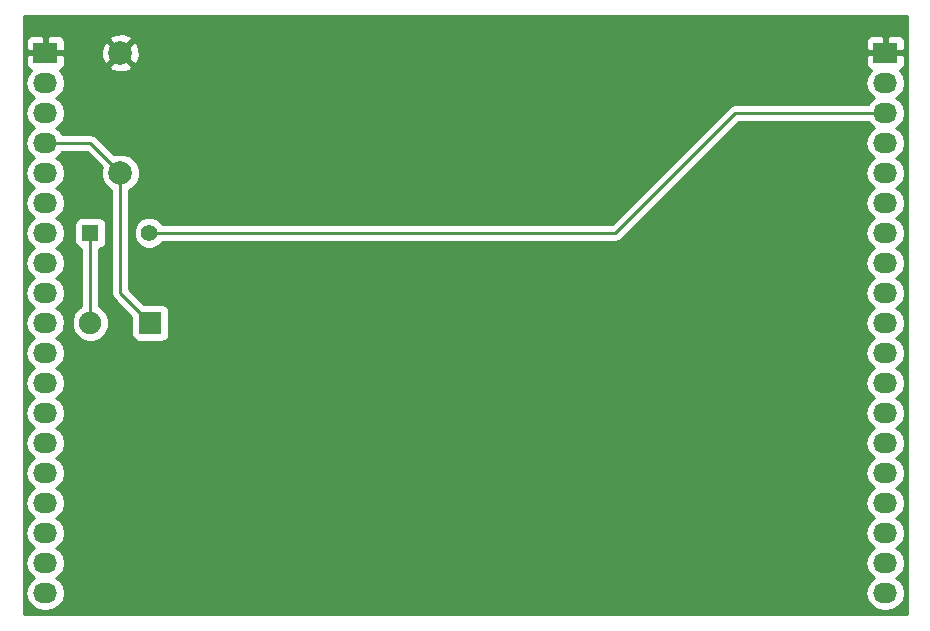
<source format=gbr>
G04 #@! TF.FileFunction,Copper,L1,Top,Signal*
%FSLAX46Y46*%
G04 Gerber Fmt 4.6, Leading zero omitted, Abs format (unit mm)*
G04 Created by KiCad (PCBNEW 4.0.3+e1-6302~38~ubuntu16.04.1-stable) date Thu Aug 25 17:13:24 2016*
%MOMM*%
%LPD*%
G01*
G04 APERTURE LIST*
%ADD10C,0.100000*%
%ADD11C,1.998980*%
%ADD12R,1.400000X1.400000*%
%ADD13C,1.400000*%
%ADD14R,1.905000X1.905000*%
%ADD15C,1.905000*%
%ADD16R,2.032000X1.727200*%
%ADD17O,2.032000X1.727200*%
%ADD18C,0.250000*%
%ADD19C,0.254000*%
G04 APERTURE END LIST*
D10*
D11*
X92710000Y-73660000D03*
X92710000Y-63500000D03*
D12*
X90170000Y-78740000D03*
D13*
X95170000Y-78740000D03*
D14*
X95250000Y-86360000D03*
D15*
X90170000Y-86360000D03*
D16*
X86360000Y-63500000D03*
D17*
X86360000Y-66040000D03*
X86360000Y-68580000D03*
X86360000Y-71120000D03*
X86360000Y-73660000D03*
X86360000Y-76200000D03*
X86360000Y-78740000D03*
X86360000Y-81280000D03*
X86360000Y-83820000D03*
X86360000Y-86360000D03*
X86360000Y-88900000D03*
X86360000Y-91440000D03*
X86360000Y-93980000D03*
X86360000Y-96520000D03*
X86360000Y-99060000D03*
X86360000Y-101600000D03*
X86360000Y-104140000D03*
X86360000Y-106680000D03*
X86360000Y-109220000D03*
D16*
X157480000Y-63500000D03*
D17*
X157480000Y-66040000D03*
X157480000Y-68580000D03*
X157480000Y-71120000D03*
X157480000Y-73660000D03*
X157480000Y-76200000D03*
X157480000Y-78740000D03*
X157480000Y-81280000D03*
X157480000Y-83820000D03*
X157480000Y-86360000D03*
X157480000Y-88900000D03*
X157480000Y-91440000D03*
X157480000Y-93980000D03*
X157480000Y-96520000D03*
X157480000Y-99060000D03*
X157480000Y-101600000D03*
X157480000Y-104140000D03*
X157480000Y-106680000D03*
X157480000Y-109220000D03*
D18*
X90170000Y-78740000D02*
X90170000Y-86360000D01*
X157480000Y-68580000D02*
X144780000Y-68580000D01*
X134620000Y-78740000D02*
X144780000Y-68580000D01*
X134620000Y-78740000D02*
X95170000Y-78740000D01*
X86360000Y-71120000D02*
X90170000Y-71120000D01*
X90170000Y-71120000D02*
X92710000Y-73660000D01*
X92710000Y-73660000D02*
X92710000Y-83820000D01*
X92710000Y-83820000D02*
X95250000Y-86360000D01*
D19*
G36*
X159310000Y-111050000D02*
X84530000Y-111050000D01*
X84530000Y-66040000D01*
X84676655Y-66040000D01*
X84790729Y-66613489D01*
X85115585Y-67099670D01*
X85430366Y-67310000D01*
X85115585Y-67520330D01*
X84790729Y-68006511D01*
X84676655Y-68580000D01*
X84790729Y-69153489D01*
X85115585Y-69639670D01*
X85430366Y-69850000D01*
X85115585Y-70060330D01*
X84790729Y-70546511D01*
X84676655Y-71120000D01*
X84790729Y-71693489D01*
X85115585Y-72179670D01*
X85430366Y-72390000D01*
X85115585Y-72600330D01*
X84790729Y-73086511D01*
X84676655Y-73660000D01*
X84790729Y-74233489D01*
X85115585Y-74719670D01*
X85430366Y-74930000D01*
X85115585Y-75140330D01*
X84790729Y-75626511D01*
X84676655Y-76200000D01*
X84790729Y-76773489D01*
X85115585Y-77259670D01*
X85430366Y-77470000D01*
X85115585Y-77680330D01*
X84790729Y-78166511D01*
X84676655Y-78740000D01*
X84790729Y-79313489D01*
X85115585Y-79799670D01*
X85430366Y-80010000D01*
X85115585Y-80220330D01*
X84790729Y-80706511D01*
X84676655Y-81280000D01*
X84790729Y-81853489D01*
X85115585Y-82339670D01*
X85430366Y-82550000D01*
X85115585Y-82760330D01*
X84790729Y-83246511D01*
X84676655Y-83820000D01*
X84790729Y-84393489D01*
X85115585Y-84879670D01*
X85430366Y-85090000D01*
X85115585Y-85300330D01*
X84790729Y-85786511D01*
X84676655Y-86360000D01*
X84790729Y-86933489D01*
X85115585Y-87419670D01*
X85430366Y-87630000D01*
X85115585Y-87840330D01*
X84790729Y-88326511D01*
X84676655Y-88900000D01*
X84790729Y-89473489D01*
X85115585Y-89959670D01*
X85430366Y-90170000D01*
X85115585Y-90380330D01*
X84790729Y-90866511D01*
X84676655Y-91440000D01*
X84790729Y-92013489D01*
X85115585Y-92499670D01*
X85430366Y-92710000D01*
X85115585Y-92920330D01*
X84790729Y-93406511D01*
X84676655Y-93980000D01*
X84790729Y-94553489D01*
X85115585Y-95039670D01*
X85430366Y-95250000D01*
X85115585Y-95460330D01*
X84790729Y-95946511D01*
X84676655Y-96520000D01*
X84790729Y-97093489D01*
X85115585Y-97579670D01*
X85430366Y-97790000D01*
X85115585Y-98000330D01*
X84790729Y-98486511D01*
X84676655Y-99060000D01*
X84790729Y-99633489D01*
X85115585Y-100119670D01*
X85430366Y-100330000D01*
X85115585Y-100540330D01*
X84790729Y-101026511D01*
X84676655Y-101600000D01*
X84790729Y-102173489D01*
X85115585Y-102659670D01*
X85430366Y-102870000D01*
X85115585Y-103080330D01*
X84790729Y-103566511D01*
X84676655Y-104140000D01*
X84790729Y-104713489D01*
X85115585Y-105199670D01*
X85430366Y-105410000D01*
X85115585Y-105620330D01*
X84790729Y-106106511D01*
X84676655Y-106680000D01*
X84790729Y-107253489D01*
X85115585Y-107739670D01*
X85430366Y-107950000D01*
X85115585Y-108160330D01*
X84790729Y-108646511D01*
X84676655Y-109220000D01*
X84790729Y-109793489D01*
X85115585Y-110279670D01*
X85601766Y-110604526D01*
X86175255Y-110718600D01*
X86544745Y-110718600D01*
X87118234Y-110604526D01*
X87604415Y-110279670D01*
X87929271Y-109793489D01*
X88043345Y-109220000D01*
X87929271Y-108646511D01*
X87604415Y-108160330D01*
X87289634Y-107950000D01*
X87604415Y-107739670D01*
X87929271Y-107253489D01*
X88043345Y-106680000D01*
X87929271Y-106106511D01*
X87604415Y-105620330D01*
X87289634Y-105410000D01*
X87604415Y-105199670D01*
X87929271Y-104713489D01*
X88043345Y-104140000D01*
X87929271Y-103566511D01*
X87604415Y-103080330D01*
X87289634Y-102870000D01*
X87604415Y-102659670D01*
X87929271Y-102173489D01*
X88043345Y-101600000D01*
X87929271Y-101026511D01*
X87604415Y-100540330D01*
X87289634Y-100330000D01*
X87604415Y-100119670D01*
X87929271Y-99633489D01*
X88043345Y-99060000D01*
X87929271Y-98486511D01*
X87604415Y-98000330D01*
X87289634Y-97790000D01*
X87604415Y-97579670D01*
X87929271Y-97093489D01*
X88043345Y-96520000D01*
X87929271Y-95946511D01*
X87604415Y-95460330D01*
X87289634Y-95250000D01*
X87604415Y-95039670D01*
X87929271Y-94553489D01*
X88043345Y-93980000D01*
X87929271Y-93406511D01*
X87604415Y-92920330D01*
X87289634Y-92710000D01*
X87604415Y-92499670D01*
X87929271Y-92013489D01*
X88043345Y-91440000D01*
X87929271Y-90866511D01*
X87604415Y-90380330D01*
X87289634Y-90170000D01*
X87604415Y-89959670D01*
X87929271Y-89473489D01*
X88043345Y-88900000D01*
X87929271Y-88326511D01*
X87604415Y-87840330D01*
X87289634Y-87630000D01*
X87604415Y-87419670D01*
X87929271Y-86933489D01*
X87980809Y-86674388D01*
X88582225Y-86674388D01*
X88823398Y-87258072D01*
X89269579Y-87705032D01*
X89852841Y-87947224D01*
X90484388Y-87947775D01*
X91068072Y-87706602D01*
X91515032Y-87260421D01*
X91757224Y-86677159D01*
X91757775Y-86045612D01*
X91516602Y-85461928D01*
X91070421Y-85014968D01*
X90930000Y-84956660D01*
X90930000Y-80076150D01*
X91105317Y-80043162D01*
X91321441Y-79904090D01*
X91466431Y-79691890D01*
X91517440Y-79440000D01*
X91517440Y-78040000D01*
X91473162Y-77804683D01*
X91334090Y-77588559D01*
X91121890Y-77443569D01*
X90870000Y-77392560D01*
X89470000Y-77392560D01*
X89234683Y-77436838D01*
X89018559Y-77575910D01*
X88873569Y-77788110D01*
X88822560Y-78040000D01*
X88822560Y-79440000D01*
X88866838Y-79675317D01*
X89005910Y-79891441D01*
X89218110Y-80036431D01*
X89410000Y-80075290D01*
X89410000Y-84956348D01*
X89271928Y-85013398D01*
X88824968Y-85459579D01*
X88582776Y-86042841D01*
X88582225Y-86674388D01*
X87980809Y-86674388D01*
X88043345Y-86360000D01*
X87929271Y-85786511D01*
X87604415Y-85300330D01*
X87289634Y-85090000D01*
X87604415Y-84879670D01*
X87929271Y-84393489D01*
X88043345Y-83820000D01*
X87929271Y-83246511D01*
X87604415Y-82760330D01*
X87289634Y-82550000D01*
X87604415Y-82339670D01*
X87929271Y-81853489D01*
X88043345Y-81280000D01*
X87929271Y-80706511D01*
X87604415Y-80220330D01*
X87289634Y-80010000D01*
X87604415Y-79799670D01*
X87929271Y-79313489D01*
X88043345Y-78740000D01*
X87929271Y-78166511D01*
X87604415Y-77680330D01*
X87289634Y-77470000D01*
X87604415Y-77259670D01*
X87929271Y-76773489D01*
X88043345Y-76200000D01*
X87929271Y-75626511D01*
X87604415Y-75140330D01*
X87289634Y-74930000D01*
X87604415Y-74719670D01*
X87929271Y-74233489D01*
X88043345Y-73660000D01*
X87929271Y-73086511D01*
X87604415Y-72600330D01*
X87289634Y-72390000D01*
X87604415Y-72179670D01*
X87804648Y-71880000D01*
X89855198Y-71880000D01*
X91144115Y-73168917D01*
X91075794Y-73333453D01*
X91075226Y-73983694D01*
X91323538Y-74584655D01*
X91782927Y-75044846D01*
X91950000Y-75114221D01*
X91950000Y-83820000D01*
X92007852Y-84110839D01*
X92172599Y-84357401D01*
X93650060Y-85834862D01*
X93650060Y-87312500D01*
X93694338Y-87547817D01*
X93833410Y-87763941D01*
X94045610Y-87908931D01*
X94297500Y-87959940D01*
X96202500Y-87959940D01*
X96437817Y-87915662D01*
X96653941Y-87776590D01*
X96798931Y-87564390D01*
X96849940Y-87312500D01*
X96849940Y-85407500D01*
X96805662Y-85172183D01*
X96666590Y-84956059D01*
X96454390Y-84811069D01*
X96202500Y-84760060D01*
X94724862Y-84760060D01*
X93470000Y-83505198D01*
X93470000Y-79004383D01*
X93834769Y-79004383D01*
X94037582Y-79495229D01*
X94412796Y-79871098D01*
X94903287Y-80074768D01*
X95434383Y-80075231D01*
X95925229Y-79872418D01*
X96298297Y-79500000D01*
X134620000Y-79500000D01*
X134910839Y-79442148D01*
X135157401Y-79277401D01*
X145094802Y-69340000D01*
X156035352Y-69340000D01*
X156235585Y-69639670D01*
X156550366Y-69850000D01*
X156235585Y-70060330D01*
X155910729Y-70546511D01*
X155796655Y-71120000D01*
X155910729Y-71693489D01*
X156235585Y-72179670D01*
X156550366Y-72390000D01*
X156235585Y-72600330D01*
X155910729Y-73086511D01*
X155796655Y-73660000D01*
X155910729Y-74233489D01*
X156235585Y-74719670D01*
X156550366Y-74930000D01*
X156235585Y-75140330D01*
X155910729Y-75626511D01*
X155796655Y-76200000D01*
X155910729Y-76773489D01*
X156235585Y-77259670D01*
X156550366Y-77470000D01*
X156235585Y-77680330D01*
X155910729Y-78166511D01*
X155796655Y-78740000D01*
X155910729Y-79313489D01*
X156235585Y-79799670D01*
X156550366Y-80010000D01*
X156235585Y-80220330D01*
X155910729Y-80706511D01*
X155796655Y-81280000D01*
X155910729Y-81853489D01*
X156235585Y-82339670D01*
X156550366Y-82550000D01*
X156235585Y-82760330D01*
X155910729Y-83246511D01*
X155796655Y-83820000D01*
X155910729Y-84393489D01*
X156235585Y-84879670D01*
X156550366Y-85090000D01*
X156235585Y-85300330D01*
X155910729Y-85786511D01*
X155796655Y-86360000D01*
X155910729Y-86933489D01*
X156235585Y-87419670D01*
X156550366Y-87630000D01*
X156235585Y-87840330D01*
X155910729Y-88326511D01*
X155796655Y-88900000D01*
X155910729Y-89473489D01*
X156235585Y-89959670D01*
X156550366Y-90170000D01*
X156235585Y-90380330D01*
X155910729Y-90866511D01*
X155796655Y-91440000D01*
X155910729Y-92013489D01*
X156235585Y-92499670D01*
X156550366Y-92710000D01*
X156235585Y-92920330D01*
X155910729Y-93406511D01*
X155796655Y-93980000D01*
X155910729Y-94553489D01*
X156235585Y-95039670D01*
X156550366Y-95250000D01*
X156235585Y-95460330D01*
X155910729Y-95946511D01*
X155796655Y-96520000D01*
X155910729Y-97093489D01*
X156235585Y-97579670D01*
X156550366Y-97790000D01*
X156235585Y-98000330D01*
X155910729Y-98486511D01*
X155796655Y-99060000D01*
X155910729Y-99633489D01*
X156235585Y-100119670D01*
X156550366Y-100330000D01*
X156235585Y-100540330D01*
X155910729Y-101026511D01*
X155796655Y-101600000D01*
X155910729Y-102173489D01*
X156235585Y-102659670D01*
X156550366Y-102870000D01*
X156235585Y-103080330D01*
X155910729Y-103566511D01*
X155796655Y-104140000D01*
X155910729Y-104713489D01*
X156235585Y-105199670D01*
X156550366Y-105410000D01*
X156235585Y-105620330D01*
X155910729Y-106106511D01*
X155796655Y-106680000D01*
X155910729Y-107253489D01*
X156235585Y-107739670D01*
X156550366Y-107950000D01*
X156235585Y-108160330D01*
X155910729Y-108646511D01*
X155796655Y-109220000D01*
X155910729Y-109793489D01*
X156235585Y-110279670D01*
X156721766Y-110604526D01*
X157295255Y-110718600D01*
X157664745Y-110718600D01*
X158238234Y-110604526D01*
X158724415Y-110279670D01*
X159049271Y-109793489D01*
X159163345Y-109220000D01*
X159049271Y-108646511D01*
X158724415Y-108160330D01*
X158409634Y-107950000D01*
X158724415Y-107739670D01*
X159049271Y-107253489D01*
X159163345Y-106680000D01*
X159049271Y-106106511D01*
X158724415Y-105620330D01*
X158409634Y-105410000D01*
X158724415Y-105199670D01*
X159049271Y-104713489D01*
X159163345Y-104140000D01*
X159049271Y-103566511D01*
X158724415Y-103080330D01*
X158409634Y-102870000D01*
X158724415Y-102659670D01*
X159049271Y-102173489D01*
X159163345Y-101600000D01*
X159049271Y-101026511D01*
X158724415Y-100540330D01*
X158409634Y-100330000D01*
X158724415Y-100119670D01*
X159049271Y-99633489D01*
X159163345Y-99060000D01*
X159049271Y-98486511D01*
X158724415Y-98000330D01*
X158409634Y-97790000D01*
X158724415Y-97579670D01*
X159049271Y-97093489D01*
X159163345Y-96520000D01*
X159049271Y-95946511D01*
X158724415Y-95460330D01*
X158409634Y-95250000D01*
X158724415Y-95039670D01*
X159049271Y-94553489D01*
X159163345Y-93980000D01*
X159049271Y-93406511D01*
X158724415Y-92920330D01*
X158409634Y-92710000D01*
X158724415Y-92499670D01*
X159049271Y-92013489D01*
X159163345Y-91440000D01*
X159049271Y-90866511D01*
X158724415Y-90380330D01*
X158409634Y-90170000D01*
X158724415Y-89959670D01*
X159049271Y-89473489D01*
X159163345Y-88900000D01*
X159049271Y-88326511D01*
X158724415Y-87840330D01*
X158409634Y-87630000D01*
X158724415Y-87419670D01*
X159049271Y-86933489D01*
X159163345Y-86360000D01*
X159049271Y-85786511D01*
X158724415Y-85300330D01*
X158409634Y-85090000D01*
X158724415Y-84879670D01*
X159049271Y-84393489D01*
X159163345Y-83820000D01*
X159049271Y-83246511D01*
X158724415Y-82760330D01*
X158409634Y-82550000D01*
X158724415Y-82339670D01*
X159049271Y-81853489D01*
X159163345Y-81280000D01*
X159049271Y-80706511D01*
X158724415Y-80220330D01*
X158409634Y-80010000D01*
X158724415Y-79799670D01*
X159049271Y-79313489D01*
X159163345Y-78740000D01*
X159049271Y-78166511D01*
X158724415Y-77680330D01*
X158409634Y-77470000D01*
X158724415Y-77259670D01*
X159049271Y-76773489D01*
X159163345Y-76200000D01*
X159049271Y-75626511D01*
X158724415Y-75140330D01*
X158409634Y-74930000D01*
X158724415Y-74719670D01*
X159049271Y-74233489D01*
X159163345Y-73660000D01*
X159049271Y-73086511D01*
X158724415Y-72600330D01*
X158409634Y-72390000D01*
X158724415Y-72179670D01*
X159049271Y-71693489D01*
X159163345Y-71120000D01*
X159049271Y-70546511D01*
X158724415Y-70060330D01*
X158409634Y-69850000D01*
X158724415Y-69639670D01*
X159049271Y-69153489D01*
X159163345Y-68580000D01*
X159049271Y-68006511D01*
X158724415Y-67520330D01*
X158409634Y-67310000D01*
X158724415Y-67099670D01*
X159049271Y-66613489D01*
X159163345Y-66040000D01*
X159049271Y-65466511D01*
X158724415Y-64980330D01*
X158702220Y-64965500D01*
X158855699Y-64901927D01*
X159034327Y-64723298D01*
X159131000Y-64489909D01*
X159131000Y-63785750D01*
X158972250Y-63627000D01*
X157607000Y-63627000D01*
X157607000Y-63647000D01*
X157353000Y-63647000D01*
X157353000Y-63627000D01*
X155987750Y-63627000D01*
X155829000Y-63785750D01*
X155829000Y-64489909D01*
X155925673Y-64723298D01*
X156104301Y-64901927D01*
X156257780Y-64965500D01*
X156235585Y-64980330D01*
X155910729Y-65466511D01*
X155796655Y-66040000D01*
X155910729Y-66613489D01*
X156235585Y-67099670D01*
X156550366Y-67310000D01*
X156235585Y-67520330D01*
X156035352Y-67820000D01*
X144780000Y-67820000D01*
X144489161Y-67877852D01*
X144242599Y-68042599D01*
X134305198Y-77980000D01*
X96297655Y-77980000D01*
X95927204Y-77608902D01*
X95436713Y-77405232D01*
X94905617Y-77404769D01*
X94414771Y-77607582D01*
X94038902Y-77982796D01*
X93835232Y-78473287D01*
X93834769Y-79004383D01*
X93470000Y-79004383D01*
X93470000Y-75114496D01*
X93634655Y-75046462D01*
X94094846Y-74587073D01*
X94344206Y-73986547D01*
X94344774Y-73336306D01*
X94096462Y-72735345D01*
X93637073Y-72275154D01*
X93036547Y-72025794D01*
X92386306Y-72025226D01*
X92219111Y-72094309D01*
X90707401Y-70582599D01*
X90460839Y-70417852D01*
X90170000Y-70360000D01*
X87804648Y-70360000D01*
X87604415Y-70060330D01*
X87289634Y-69850000D01*
X87604415Y-69639670D01*
X87929271Y-69153489D01*
X88043345Y-68580000D01*
X87929271Y-68006511D01*
X87604415Y-67520330D01*
X87289634Y-67310000D01*
X87604415Y-67099670D01*
X87929271Y-66613489D01*
X88043345Y-66040000D01*
X87929271Y-65466511D01*
X87604415Y-64980330D01*
X87582220Y-64965500D01*
X87735699Y-64901927D01*
X87914327Y-64723298D01*
X87943792Y-64652163D01*
X91737443Y-64652163D01*
X91836042Y-64918965D01*
X92445582Y-65145401D01*
X93095377Y-65121341D01*
X93583958Y-64918965D01*
X93682557Y-64652163D01*
X92710000Y-63679605D01*
X91737443Y-64652163D01*
X87943792Y-64652163D01*
X88011000Y-64489909D01*
X88011000Y-63785750D01*
X87852250Y-63627000D01*
X86487000Y-63627000D01*
X86487000Y-63647000D01*
X86233000Y-63647000D01*
X86233000Y-63627000D01*
X84867750Y-63627000D01*
X84709000Y-63785750D01*
X84709000Y-64489909D01*
X84805673Y-64723298D01*
X84984301Y-64901927D01*
X85137780Y-64965500D01*
X85115585Y-64980330D01*
X84790729Y-65466511D01*
X84676655Y-66040000D01*
X84530000Y-66040000D01*
X84530000Y-62510091D01*
X84709000Y-62510091D01*
X84709000Y-63214250D01*
X84867750Y-63373000D01*
X86233000Y-63373000D01*
X86233000Y-62160150D01*
X86487000Y-62160150D01*
X86487000Y-63373000D01*
X87852250Y-63373000D01*
X87989668Y-63235582D01*
X91064599Y-63235582D01*
X91088659Y-63885377D01*
X91291035Y-64373958D01*
X91557837Y-64472557D01*
X92530395Y-63500000D01*
X92889605Y-63500000D01*
X93862163Y-64472557D01*
X94128965Y-64373958D01*
X94355401Y-63764418D01*
X94331341Y-63114623D01*
X94128965Y-62626042D01*
X93862163Y-62527443D01*
X92889605Y-63500000D01*
X92530395Y-63500000D01*
X91557837Y-62527443D01*
X91291035Y-62626042D01*
X91064599Y-63235582D01*
X87989668Y-63235582D01*
X88011000Y-63214250D01*
X88011000Y-62510091D01*
X87943793Y-62347837D01*
X91737443Y-62347837D01*
X92710000Y-63320395D01*
X93520303Y-62510091D01*
X155829000Y-62510091D01*
X155829000Y-63214250D01*
X155987750Y-63373000D01*
X157353000Y-63373000D01*
X157353000Y-62160150D01*
X157607000Y-62160150D01*
X157607000Y-63373000D01*
X158972250Y-63373000D01*
X159131000Y-63214250D01*
X159131000Y-62510091D01*
X159034327Y-62276702D01*
X158855699Y-62098073D01*
X158622310Y-62001400D01*
X157765750Y-62001400D01*
X157607000Y-62160150D01*
X157353000Y-62160150D01*
X157194250Y-62001400D01*
X156337690Y-62001400D01*
X156104301Y-62098073D01*
X155925673Y-62276702D01*
X155829000Y-62510091D01*
X93520303Y-62510091D01*
X93682557Y-62347837D01*
X93583958Y-62081035D01*
X92974418Y-61854599D01*
X92324623Y-61878659D01*
X91836042Y-62081035D01*
X91737443Y-62347837D01*
X87943793Y-62347837D01*
X87914327Y-62276702D01*
X87735699Y-62098073D01*
X87502310Y-62001400D01*
X86645750Y-62001400D01*
X86487000Y-62160150D01*
X86233000Y-62160150D01*
X86074250Y-62001400D01*
X85217690Y-62001400D01*
X84984301Y-62098073D01*
X84805673Y-62276702D01*
X84709000Y-62510091D01*
X84530000Y-62510091D01*
X84530000Y-60400000D01*
X159310000Y-60400000D01*
X159310000Y-111050000D01*
X159310000Y-111050000D01*
G37*
X159310000Y-111050000D02*
X84530000Y-111050000D01*
X84530000Y-66040000D01*
X84676655Y-66040000D01*
X84790729Y-66613489D01*
X85115585Y-67099670D01*
X85430366Y-67310000D01*
X85115585Y-67520330D01*
X84790729Y-68006511D01*
X84676655Y-68580000D01*
X84790729Y-69153489D01*
X85115585Y-69639670D01*
X85430366Y-69850000D01*
X85115585Y-70060330D01*
X84790729Y-70546511D01*
X84676655Y-71120000D01*
X84790729Y-71693489D01*
X85115585Y-72179670D01*
X85430366Y-72390000D01*
X85115585Y-72600330D01*
X84790729Y-73086511D01*
X84676655Y-73660000D01*
X84790729Y-74233489D01*
X85115585Y-74719670D01*
X85430366Y-74930000D01*
X85115585Y-75140330D01*
X84790729Y-75626511D01*
X84676655Y-76200000D01*
X84790729Y-76773489D01*
X85115585Y-77259670D01*
X85430366Y-77470000D01*
X85115585Y-77680330D01*
X84790729Y-78166511D01*
X84676655Y-78740000D01*
X84790729Y-79313489D01*
X85115585Y-79799670D01*
X85430366Y-80010000D01*
X85115585Y-80220330D01*
X84790729Y-80706511D01*
X84676655Y-81280000D01*
X84790729Y-81853489D01*
X85115585Y-82339670D01*
X85430366Y-82550000D01*
X85115585Y-82760330D01*
X84790729Y-83246511D01*
X84676655Y-83820000D01*
X84790729Y-84393489D01*
X85115585Y-84879670D01*
X85430366Y-85090000D01*
X85115585Y-85300330D01*
X84790729Y-85786511D01*
X84676655Y-86360000D01*
X84790729Y-86933489D01*
X85115585Y-87419670D01*
X85430366Y-87630000D01*
X85115585Y-87840330D01*
X84790729Y-88326511D01*
X84676655Y-88900000D01*
X84790729Y-89473489D01*
X85115585Y-89959670D01*
X85430366Y-90170000D01*
X85115585Y-90380330D01*
X84790729Y-90866511D01*
X84676655Y-91440000D01*
X84790729Y-92013489D01*
X85115585Y-92499670D01*
X85430366Y-92710000D01*
X85115585Y-92920330D01*
X84790729Y-93406511D01*
X84676655Y-93980000D01*
X84790729Y-94553489D01*
X85115585Y-95039670D01*
X85430366Y-95250000D01*
X85115585Y-95460330D01*
X84790729Y-95946511D01*
X84676655Y-96520000D01*
X84790729Y-97093489D01*
X85115585Y-97579670D01*
X85430366Y-97790000D01*
X85115585Y-98000330D01*
X84790729Y-98486511D01*
X84676655Y-99060000D01*
X84790729Y-99633489D01*
X85115585Y-100119670D01*
X85430366Y-100330000D01*
X85115585Y-100540330D01*
X84790729Y-101026511D01*
X84676655Y-101600000D01*
X84790729Y-102173489D01*
X85115585Y-102659670D01*
X85430366Y-102870000D01*
X85115585Y-103080330D01*
X84790729Y-103566511D01*
X84676655Y-104140000D01*
X84790729Y-104713489D01*
X85115585Y-105199670D01*
X85430366Y-105410000D01*
X85115585Y-105620330D01*
X84790729Y-106106511D01*
X84676655Y-106680000D01*
X84790729Y-107253489D01*
X85115585Y-107739670D01*
X85430366Y-107950000D01*
X85115585Y-108160330D01*
X84790729Y-108646511D01*
X84676655Y-109220000D01*
X84790729Y-109793489D01*
X85115585Y-110279670D01*
X85601766Y-110604526D01*
X86175255Y-110718600D01*
X86544745Y-110718600D01*
X87118234Y-110604526D01*
X87604415Y-110279670D01*
X87929271Y-109793489D01*
X88043345Y-109220000D01*
X87929271Y-108646511D01*
X87604415Y-108160330D01*
X87289634Y-107950000D01*
X87604415Y-107739670D01*
X87929271Y-107253489D01*
X88043345Y-106680000D01*
X87929271Y-106106511D01*
X87604415Y-105620330D01*
X87289634Y-105410000D01*
X87604415Y-105199670D01*
X87929271Y-104713489D01*
X88043345Y-104140000D01*
X87929271Y-103566511D01*
X87604415Y-103080330D01*
X87289634Y-102870000D01*
X87604415Y-102659670D01*
X87929271Y-102173489D01*
X88043345Y-101600000D01*
X87929271Y-101026511D01*
X87604415Y-100540330D01*
X87289634Y-100330000D01*
X87604415Y-100119670D01*
X87929271Y-99633489D01*
X88043345Y-99060000D01*
X87929271Y-98486511D01*
X87604415Y-98000330D01*
X87289634Y-97790000D01*
X87604415Y-97579670D01*
X87929271Y-97093489D01*
X88043345Y-96520000D01*
X87929271Y-95946511D01*
X87604415Y-95460330D01*
X87289634Y-95250000D01*
X87604415Y-95039670D01*
X87929271Y-94553489D01*
X88043345Y-93980000D01*
X87929271Y-93406511D01*
X87604415Y-92920330D01*
X87289634Y-92710000D01*
X87604415Y-92499670D01*
X87929271Y-92013489D01*
X88043345Y-91440000D01*
X87929271Y-90866511D01*
X87604415Y-90380330D01*
X87289634Y-90170000D01*
X87604415Y-89959670D01*
X87929271Y-89473489D01*
X88043345Y-88900000D01*
X87929271Y-88326511D01*
X87604415Y-87840330D01*
X87289634Y-87630000D01*
X87604415Y-87419670D01*
X87929271Y-86933489D01*
X87980809Y-86674388D01*
X88582225Y-86674388D01*
X88823398Y-87258072D01*
X89269579Y-87705032D01*
X89852841Y-87947224D01*
X90484388Y-87947775D01*
X91068072Y-87706602D01*
X91515032Y-87260421D01*
X91757224Y-86677159D01*
X91757775Y-86045612D01*
X91516602Y-85461928D01*
X91070421Y-85014968D01*
X90930000Y-84956660D01*
X90930000Y-80076150D01*
X91105317Y-80043162D01*
X91321441Y-79904090D01*
X91466431Y-79691890D01*
X91517440Y-79440000D01*
X91517440Y-78040000D01*
X91473162Y-77804683D01*
X91334090Y-77588559D01*
X91121890Y-77443569D01*
X90870000Y-77392560D01*
X89470000Y-77392560D01*
X89234683Y-77436838D01*
X89018559Y-77575910D01*
X88873569Y-77788110D01*
X88822560Y-78040000D01*
X88822560Y-79440000D01*
X88866838Y-79675317D01*
X89005910Y-79891441D01*
X89218110Y-80036431D01*
X89410000Y-80075290D01*
X89410000Y-84956348D01*
X89271928Y-85013398D01*
X88824968Y-85459579D01*
X88582776Y-86042841D01*
X88582225Y-86674388D01*
X87980809Y-86674388D01*
X88043345Y-86360000D01*
X87929271Y-85786511D01*
X87604415Y-85300330D01*
X87289634Y-85090000D01*
X87604415Y-84879670D01*
X87929271Y-84393489D01*
X88043345Y-83820000D01*
X87929271Y-83246511D01*
X87604415Y-82760330D01*
X87289634Y-82550000D01*
X87604415Y-82339670D01*
X87929271Y-81853489D01*
X88043345Y-81280000D01*
X87929271Y-80706511D01*
X87604415Y-80220330D01*
X87289634Y-80010000D01*
X87604415Y-79799670D01*
X87929271Y-79313489D01*
X88043345Y-78740000D01*
X87929271Y-78166511D01*
X87604415Y-77680330D01*
X87289634Y-77470000D01*
X87604415Y-77259670D01*
X87929271Y-76773489D01*
X88043345Y-76200000D01*
X87929271Y-75626511D01*
X87604415Y-75140330D01*
X87289634Y-74930000D01*
X87604415Y-74719670D01*
X87929271Y-74233489D01*
X88043345Y-73660000D01*
X87929271Y-73086511D01*
X87604415Y-72600330D01*
X87289634Y-72390000D01*
X87604415Y-72179670D01*
X87804648Y-71880000D01*
X89855198Y-71880000D01*
X91144115Y-73168917D01*
X91075794Y-73333453D01*
X91075226Y-73983694D01*
X91323538Y-74584655D01*
X91782927Y-75044846D01*
X91950000Y-75114221D01*
X91950000Y-83820000D01*
X92007852Y-84110839D01*
X92172599Y-84357401D01*
X93650060Y-85834862D01*
X93650060Y-87312500D01*
X93694338Y-87547817D01*
X93833410Y-87763941D01*
X94045610Y-87908931D01*
X94297500Y-87959940D01*
X96202500Y-87959940D01*
X96437817Y-87915662D01*
X96653941Y-87776590D01*
X96798931Y-87564390D01*
X96849940Y-87312500D01*
X96849940Y-85407500D01*
X96805662Y-85172183D01*
X96666590Y-84956059D01*
X96454390Y-84811069D01*
X96202500Y-84760060D01*
X94724862Y-84760060D01*
X93470000Y-83505198D01*
X93470000Y-79004383D01*
X93834769Y-79004383D01*
X94037582Y-79495229D01*
X94412796Y-79871098D01*
X94903287Y-80074768D01*
X95434383Y-80075231D01*
X95925229Y-79872418D01*
X96298297Y-79500000D01*
X134620000Y-79500000D01*
X134910839Y-79442148D01*
X135157401Y-79277401D01*
X145094802Y-69340000D01*
X156035352Y-69340000D01*
X156235585Y-69639670D01*
X156550366Y-69850000D01*
X156235585Y-70060330D01*
X155910729Y-70546511D01*
X155796655Y-71120000D01*
X155910729Y-71693489D01*
X156235585Y-72179670D01*
X156550366Y-72390000D01*
X156235585Y-72600330D01*
X155910729Y-73086511D01*
X155796655Y-73660000D01*
X155910729Y-74233489D01*
X156235585Y-74719670D01*
X156550366Y-74930000D01*
X156235585Y-75140330D01*
X155910729Y-75626511D01*
X155796655Y-76200000D01*
X155910729Y-76773489D01*
X156235585Y-77259670D01*
X156550366Y-77470000D01*
X156235585Y-77680330D01*
X155910729Y-78166511D01*
X155796655Y-78740000D01*
X155910729Y-79313489D01*
X156235585Y-79799670D01*
X156550366Y-80010000D01*
X156235585Y-80220330D01*
X155910729Y-80706511D01*
X155796655Y-81280000D01*
X155910729Y-81853489D01*
X156235585Y-82339670D01*
X156550366Y-82550000D01*
X156235585Y-82760330D01*
X155910729Y-83246511D01*
X155796655Y-83820000D01*
X155910729Y-84393489D01*
X156235585Y-84879670D01*
X156550366Y-85090000D01*
X156235585Y-85300330D01*
X155910729Y-85786511D01*
X155796655Y-86360000D01*
X155910729Y-86933489D01*
X156235585Y-87419670D01*
X156550366Y-87630000D01*
X156235585Y-87840330D01*
X155910729Y-88326511D01*
X155796655Y-88900000D01*
X155910729Y-89473489D01*
X156235585Y-89959670D01*
X156550366Y-90170000D01*
X156235585Y-90380330D01*
X155910729Y-90866511D01*
X155796655Y-91440000D01*
X155910729Y-92013489D01*
X156235585Y-92499670D01*
X156550366Y-92710000D01*
X156235585Y-92920330D01*
X155910729Y-93406511D01*
X155796655Y-93980000D01*
X155910729Y-94553489D01*
X156235585Y-95039670D01*
X156550366Y-95250000D01*
X156235585Y-95460330D01*
X155910729Y-95946511D01*
X155796655Y-96520000D01*
X155910729Y-97093489D01*
X156235585Y-97579670D01*
X156550366Y-97790000D01*
X156235585Y-98000330D01*
X155910729Y-98486511D01*
X155796655Y-99060000D01*
X155910729Y-99633489D01*
X156235585Y-100119670D01*
X156550366Y-100330000D01*
X156235585Y-100540330D01*
X155910729Y-101026511D01*
X155796655Y-101600000D01*
X155910729Y-102173489D01*
X156235585Y-102659670D01*
X156550366Y-102870000D01*
X156235585Y-103080330D01*
X155910729Y-103566511D01*
X155796655Y-104140000D01*
X155910729Y-104713489D01*
X156235585Y-105199670D01*
X156550366Y-105410000D01*
X156235585Y-105620330D01*
X155910729Y-106106511D01*
X155796655Y-106680000D01*
X155910729Y-107253489D01*
X156235585Y-107739670D01*
X156550366Y-107950000D01*
X156235585Y-108160330D01*
X155910729Y-108646511D01*
X155796655Y-109220000D01*
X155910729Y-109793489D01*
X156235585Y-110279670D01*
X156721766Y-110604526D01*
X157295255Y-110718600D01*
X157664745Y-110718600D01*
X158238234Y-110604526D01*
X158724415Y-110279670D01*
X159049271Y-109793489D01*
X159163345Y-109220000D01*
X159049271Y-108646511D01*
X158724415Y-108160330D01*
X158409634Y-107950000D01*
X158724415Y-107739670D01*
X159049271Y-107253489D01*
X159163345Y-106680000D01*
X159049271Y-106106511D01*
X158724415Y-105620330D01*
X158409634Y-105410000D01*
X158724415Y-105199670D01*
X159049271Y-104713489D01*
X159163345Y-104140000D01*
X159049271Y-103566511D01*
X158724415Y-103080330D01*
X158409634Y-102870000D01*
X158724415Y-102659670D01*
X159049271Y-102173489D01*
X159163345Y-101600000D01*
X159049271Y-101026511D01*
X158724415Y-100540330D01*
X158409634Y-100330000D01*
X158724415Y-100119670D01*
X159049271Y-99633489D01*
X159163345Y-99060000D01*
X159049271Y-98486511D01*
X158724415Y-98000330D01*
X158409634Y-97790000D01*
X158724415Y-97579670D01*
X159049271Y-97093489D01*
X159163345Y-96520000D01*
X159049271Y-95946511D01*
X158724415Y-95460330D01*
X158409634Y-95250000D01*
X158724415Y-95039670D01*
X159049271Y-94553489D01*
X159163345Y-93980000D01*
X159049271Y-93406511D01*
X158724415Y-92920330D01*
X158409634Y-92710000D01*
X158724415Y-92499670D01*
X159049271Y-92013489D01*
X159163345Y-91440000D01*
X159049271Y-90866511D01*
X158724415Y-90380330D01*
X158409634Y-90170000D01*
X158724415Y-89959670D01*
X159049271Y-89473489D01*
X159163345Y-88900000D01*
X159049271Y-88326511D01*
X158724415Y-87840330D01*
X158409634Y-87630000D01*
X158724415Y-87419670D01*
X159049271Y-86933489D01*
X159163345Y-86360000D01*
X159049271Y-85786511D01*
X158724415Y-85300330D01*
X158409634Y-85090000D01*
X158724415Y-84879670D01*
X159049271Y-84393489D01*
X159163345Y-83820000D01*
X159049271Y-83246511D01*
X158724415Y-82760330D01*
X158409634Y-82550000D01*
X158724415Y-82339670D01*
X159049271Y-81853489D01*
X159163345Y-81280000D01*
X159049271Y-80706511D01*
X158724415Y-80220330D01*
X158409634Y-80010000D01*
X158724415Y-79799670D01*
X159049271Y-79313489D01*
X159163345Y-78740000D01*
X159049271Y-78166511D01*
X158724415Y-77680330D01*
X158409634Y-77470000D01*
X158724415Y-77259670D01*
X159049271Y-76773489D01*
X159163345Y-76200000D01*
X159049271Y-75626511D01*
X158724415Y-75140330D01*
X158409634Y-74930000D01*
X158724415Y-74719670D01*
X159049271Y-74233489D01*
X159163345Y-73660000D01*
X159049271Y-73086511D01*
X158724415Y-72600330D01*
X158409634Y-72390000D01*
X158724415Y-72179670D01*
X159049271Y-71693489D01*
X159163345Y-71120000D01*
X159049271Y-70546511D01*
X158724415Y-70060330D01*
X158409634Y-69850000D01*
X158724415Y-69639670D01*
X159049271Y-69153489D01*
X159163345Y-68580000D01*
X159049271Y-68006511D01*
X158724415Y-67520330D01*
X158409634Y-67310000D01*
X158724415Y-67099670D01*
X159049271Y-66613489D01*
X159163345Y-66040000D01*
X159049271Y-65466511D01*
X158724415Y-64980330D01*
X158702220Y-64965500D01*
X158855699Y-64901927D01*
X159034327Y-64723298D01*
X159131000Y-64489909D01*
X159131000Y-63785750D01*
X158972250Y-63627000D01*
X157607000Y-63627000D01*
X157607000Y-63647000D01*
X157353000Y-63647000D01*
X157353000Y-63627000D01*
X155987750Y-63627000D01*
X155829000Y-63785750D01*
X155829000Y-64489909D01*
X155925673Y-64723298D01*
X156104301Y-64901927D01*
X156257780Y-64965500D01*
X156235585Y-64980330D01*
X155910729Y-65466511D01*
X155796655Y-66040000D01*
X155910729Y-66613489D01*
X156235585Y-67099670D01*
X156550366Y-67310000D01*
X156235585Y-67520330D01*
X156035352Y-67820000D01*
X144780000Y-67820000D01*
X144489161Y-67877852D01*
X144242599Y-68042599D01*
X134305198Y-77980000D01*
X96297655Y-77980000D01*
X95927204Y-77608902D01*
X95436713Y-77405232D01*
X94905617Y-77404769D01*
X94414771Y-77607582D01*
X94038902Y-77982796D01*
X93835232Y-78473287D01*
X93834769Y-79004383D01*
X93470000Y-79004383D01*
X93470000Y-75114496D01*
X93634655Y-75046462D01*
X94094846Y-74587073D01*
X94344206Y-73986547D01*
X94344774Y-73336306D01*
X94096462Y-72735345D01*
X93637073Y-72275154D01*
X93036547Y-72025794D01*
X92386306Y-72025226D01*
X92219111Y-72094309D01*
X90707401Y-70582599D01*
X90460839Y-70417852D01*
X90170000Y-70360000D01*
X87804648Y-70360000D01*
X87604415Y-70060330D01*
X87289634Y-69850000D01*
X87604415Y-69639670D01*
X87929271Y-69153489D01*
X88043345Y-68580000D01*
X87929271Y-68006511D01*
X87604415Y-67520330D01*
X87289634Y-67310000D01*
X87604415Y-67099670D01*
X87929271Y-66613489D01*
X88043345Y-66040000D01*
X87929271Y-65466511D01*
X87604415Y-64980330D01*
X87582220Y-64965500D01*
X87735699Y-64901927D01*
X87914327Y-64723298D01*
X87943792Y-64652163D01*
X91737443Y-64652163D01*
X91836042Y-64918965D01*
X92445582Y-65145401D01*
X93095377Y-65121341D01*
X93583958Y-64918965D01*
X93682557Y-64652163D01*
X92710000Y-63679605D01*
X91737443Y-64652163D01*
X87943792Y-64652163D01*
X88011000Y-64489909D01*
X88011000Y-63785750D01*
X87852250Y-63627000D01*
X86487000Y-63627000D01*
X86487000Y-63647000D01*
X86233000Y-63647000D01*
X86233000Y-63627000D01*
X84867750Y-63627000D01*
X84709000Y-63785750D01*
X84709000Y-64489909D01*
X84805673Y-64723298D01*
X84984301Y-64901927D01*
X85137780Y-64965500D01*
X85115585Y-64980330D01*
X84790729Y-65466511D01*
X84676655Y-66040000D01*
X84530000Y-66040000D01*
X84530000Y-62510091D01*
X84709000Y-62510091D01*
X84709000Y-63214250D01*
X84867750Y-63373000D01*
X86233000Y-63373000D01*
X86233000Y-62160150D01*
X86487000Y-62160150D01*
X86487000Y-63373000D01*
X87852250Y-63373000D01*
X87989668Y-63235582D01*
X91064599Y-63235582D01*
X91088659Y-63885377D01*
X91291035Y-64373958D01*
X91557837Y-64472557D01*
X92530395Y-63500000D01*
X92889605Y-63500000D01*
X93862163Y-64472557D01*
X94128965Y-64373958D01*
X94355401Y-63764418D01*
X94331341Y-63114623D01*
X94128965Y-62626042D01*
X93862163Y-62527443D01*
X92889605Y-63500000D01*
X92530395Y-63500000D01*
X91557837Y-62527443D01*
X91291035Y-62626042D01*
X91064599Y-63235582D01*
X87989668Y-63235582D01*
X88011000Y-63214250D01*
X88011000Y-62510091D01*
X87943793Y-62347837D01*
X91737443Y-62347837D01*
X92710000Y-63320395D01*
X93520303Y-62510091D01*
X155829000Y-62510091D01*
X155829000Y-63214250D01*
X155987750Y-63373000D01*
X157353000Y-63373000D01*
X157353000Y-62160150D01*
X157607000Y-62160150D01*
X157607000Y-63373000D01*
X158972250Y-63373000D01*
X159131000Y-63214250D01*
X159131000Y-62510091D01*
X159034327Y-62276702D01*
X158855699Y-62098073D01*
X158622310Y-62001400D01*
X157765750Y-62001400D01*
X157607000Y-62160150D01*
X157353000Y-62160150D01*
X157194250Y-62001400D01*
X156337690Y-62001400D01*
X156104301Y-62098073D01*
X155925673Y-62276702D01*
X155829000Y-62510091D01*
X93520303Y-62510091D01*
X93682557Y-62347837D01*
X93583958Y-62081035D01*
X92974418Y-61854599D01*
X92324623Y-61878659D01*
X91836042Y-62081035D01*
X91737443Y-62347837D01*
X87943793Y-62347837D01*
X87914327Y-62276702D01*
X87735699Y-62098073D01*
X87502310Y-62001400D01*
X86645750Y-62001400D01*
X86487000Y-62160150D01*
X86233000Y-62160150D01*
X86074250Y-62001400D01*
X85217690Y-62001400D01*
X84984301Y-62098073D01*
X84805673Y-62276702D01*
X84709000Y-62510091D01*
X84530000Y-62510091D01*
X84530000Y-60400000D01*
X159310000Y-60400000D01*
X159310000Y-111050000D01*
M02*

</source>
